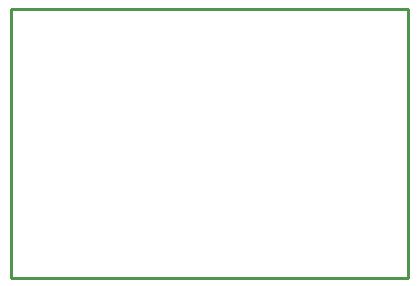
<source format=gko>
%FSLAX23Y23*%
%MOIN*%
G70*
G01*
G75*
G04 Layer_Color=16711935*
%ADD10R,0.035X0.031*%
%ADD11R,0.118X0.039*%
%ADD12R,0.118X0.059*%
%ADD13C,0.010*%
%ADD14C,0.060*%
%ADD15C,0.039*%
%ADD16C,0.236*%
%ADD17C,0.050*%
%ADD18C,0.004*%
%ADD19C,0.000*%
%ADD20R,0.023X0.043*%
%ADD21C,0.020*%
%ADD22C,0.059*%
%ADD23R,0.043X0.039*%
%ADD24R,0.126X0.047*%
%ADD25R,0.126X0.067*%
%ADD26C,0.068*%
%ADD27C,0.058*%
%ADD28C,0.020*%
%ADD29R,0.093X0.199*%
D13*
X0Y0D02*
Y897D01*
X1322Y0D02*
Y897D01*
X0Y0D02*
X1322D01*
X0Y897D02*
X1322D01*
M02*

</source>
